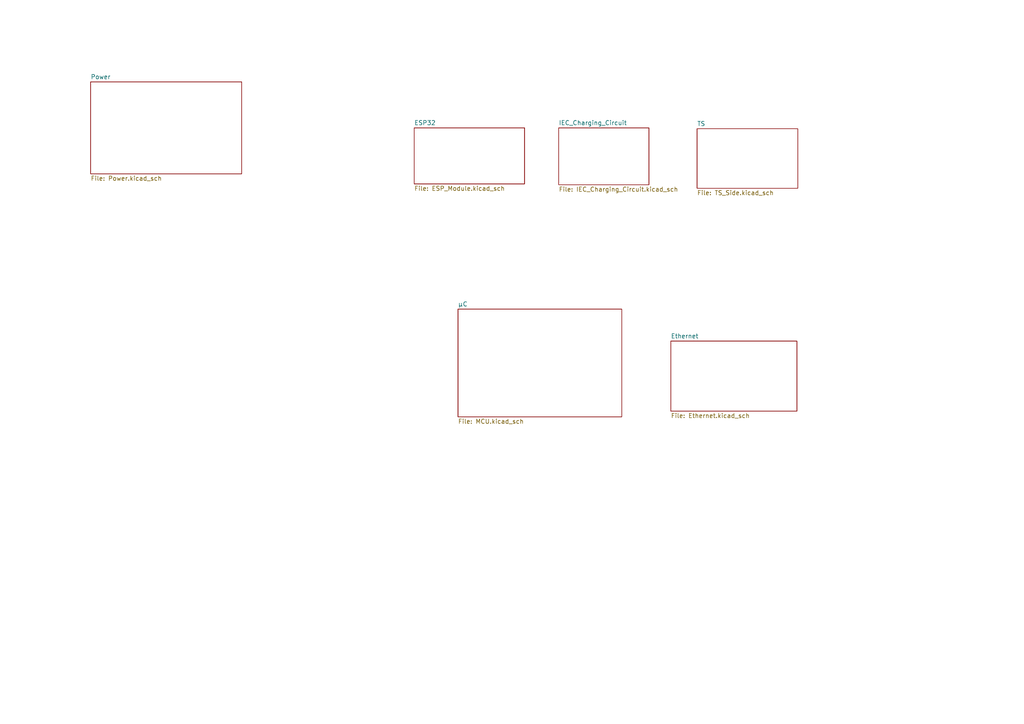
<source format=kicad_sch>
(kicad_sch
	(version 20231120)
	(generator "eeschema")
	(generator_version "8.0")
	(uuid "0dca9b66-f638-4727-874b-1b91b6921c17")
	(paper "A4")
	(lib_symbols)
	(sheet
		(at 132.842 89.662)
		(size 47.498 31.242)
		(fields_autoplaced yes)
		(stroke
			(width 0.1524)
			(type solid)
		)
		(fill
			(color 0 0 0 0.0000)
		)
		(uuid "486f4a0e-b8d5-42cd-a726-c7aa5b0383fd")
		(property "Sheetname" "µC"
			(at 132.842 88.9504 0)
			(effects
				(font
					(size 1.27 1.27)
				)
				(justify left bottom)
			)
		)
		(property "Sheetfile" "MCU.kicad_sch"
			(at 132.842 121.4886 0)
			(effects
				(font
					(size 1.27 1.27)
				)
				(justify left top)
			)
		)
		(instances
			(project "FT25-Charger"
				(path "/0dca9b66-f638-4727-874b-1b91b6921c17"
					(page "4")
				)
			)
		)
	)
	(sheet
		(at 194.564 98.933)
		(size 36.576 20.32)
		(fields_autoplaced yes)
		(stroke
			(width 0.1524)
			(type solid)
		)
		(fill
			(color 0 0 0 0.0000)
		)
		(uuid "5469580a-3180-4bfd-8660-e5a4628a92d9")
		(property "Sheetname" "Ethernet"
			(at 194.564 98.2214 0)
			(effects
				(font
					(size 1.27 1.27)
				)
				(justify left bottom)
			)
		)
		(property "Sheetfile" "Ethernet.kicad_sch"
			(at 194.564 119.8376 0)
			(effects
				(font
					(size 1.27 1.27)
				)
				(justify left top)
			)
		)
		(instances
			(project "FT25-Charger"
				(path "/0dca9b66-f638-4727-874b-1b91b6921c17"
					(page "4")
				)
			)
		)
	)
	(sheet
		(at 162.052 37.084)
		(size 26.162 16.51)
		(fields_autoplaced yes)
		(stroke
			(width 0.1524)
			(type solid)
		)
		(fill
			(color 0 0 0 0.0000)
		)
		(uuid "821f8254-7e97-454c-9aee-86b4ab099a85")
		(property "Sheetname" "IEC_Charging_Circuit"
			(at 162.052 36.3724 0)
			(effects
				(font
					(size 1.27 1.27)
				)
				(justify left bottom)
			)
		)
		(property "Sheetfile" "IEC_Charging_Circuit.kicad_sch"
			(at 162.052 54.1786 0)
			(effects
				(font
					(size 1.27 1.27)
				)
				(justify left top)
			)
		)
		(property "Field2" ""
			(at 162.052 37.084 0)
			(effects
				(font
					(size 1.27 1.27)
				)
				(hide yes)
			)
		)
		(instances
			(project "FT25-Charger"
				(path "/0dca9b66-f638-4727-874b-1b91b6921c17"
					(page "6")
				)
			)
		)
	)
	(sheet
		(at 26.289 23.749)
		(size 43.815 26.67)
		(fields_autoplaced yes)
		(stroke
			(width 0.1524)
			(type solid)
		)
		(fill
			(color 0 0 0 0.0000)
		)
		(uuid "91c9895f-7dce-429f-866f-2980d966c967")
		(property "Sheetname" "Power"
			(at 26.289 23.0374 0)
			(effects
				(font
					(size 1.27 1.27)
				)
				(justify left bottom)
			)
		)
		(property "Sheetfile" "Power.kicad_sch"
			(at 26.289 51.0036 0)
			(effects
				(font
					(size 1.27 1.27)
				)
				(justify left top)
			)
		)
		(instances
			(project "FT25-Charger"
				(path "/0dca9b66-f638-4727-874b-1b91b6921c17"
					(page "3")
				)
			)
		)
	)
	(sheet
		(at 120.142 37.084)
		(size 32.004 16.256)
		(fields_autoplaced yes)
		(stroke
			(width 0.1524)
			(type solid)
		)
		(fill
			(color 0 0 0 0.0000)
		)
		(uuid "c4d631ad-6677-4138-8e7e-8c9c76fb1ebd")
		(property "Sheetname" "ESP32"
			(at 120.142 36.3724 0)
			(effects
				(font
					(size 1.27 1.27)
				)
				(justify left bottom)
			)
		)
		(property "Sheetfile" "ESP_Module.kicad_sch"
			(at 120.142 53.9246 0)
			(effects
				(font
					(size 1.27 1.27)
				)
				(justify left top)
			)
		)
		(instances
			(project "FT25-Charger"
				(path "/0dca9b66-f638-4727-874b-1b91b6921c17"
					(page "5")
				)
			)
		)
	)
	(sheet
		(at 202.184 37.338)
		(size 29.21 17.272)
		(fields_autoplaced yes)
		(stroke
			(width 0.1524)
			(type solid)
		)
		(fill
			(color 0 0 0 0.0000)
		)
		(uuid "ec8baa0e-15c7-44ac-aac2-1d2638d0e415")
		(property "Sheetname" "TS"
			(at 202.184 36.6264 0)
			(effects
				(font
					(size 1.27 1.27)
				)
				(justify left bottom)
			)
		)
		(property "Sheetfile" "TS_Side.kicad_sch"
			(at 202.184 55.1946 0)
			(effects
				(font
					(size 1.27 1.27)
				)
				(justify left top)
			)
		)
		(instances
			(project "FT25-Charger"
				(path "/0dca9b66-f638-4727-874b-1b91b6921c17"
					(page "7")
				)
			)
		)
	)
	(sheet_instances
		(path "/"
			(page "1")
		)
	)
)

</source>
